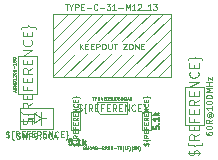
<source format=gbr>
G04 #@! TF.GenerationSoftware,KiCad,Pcbnew,(5.1.8)-1*
G04 #@! TF.CreationDate,2021-02-07T19:28:48+03:00*
G04 #@! TF.ProjectId,Unified-Daughterboard,556e6966-6965-4642-9d44-617567687465,C3*
G04 #@! TF.SameCoordinates,Original*
G04 #@! TF.FileFunction,Other,Fab,Top*
%FSLAX46Y46*%
G04 Gerber Fmt 4.6, Leading zero omitted, Abs format (unit mm)*
G04 Created by KiCad (PCBNEW (5.1.8)-1) date 2021-02-07 19:28:48*
%MOMM*%
%LPD*%
G01*
G04 APERTURE LIST*
%ADD10C,0.100000*%
%ADD11C,0.050000*%
%ADD12C,0.120000*%
%ADD13C,0.063500*%
%ADD14C,0.050800*%
%ADD15C,0.127000*%
%ADD16C,0.075000*%
%ADD17C,0.125000*%
G04 APERTURE END LIST*
D10*
X73752500Y-65526400D02*
X76252500Y-65526400D01*
X73752500Y-65526400D02*
X73752500Y-66276400D01*
X74002500Y-66526400D02*
X76252500Y-66526400D01*
X76252500Y-66526400D02*
X76252500Y-65526400D01*
X73752500Y-66276400D02*
X74002500Y-66526400D01*
X82787500Y-67474000D02*
X81187500Y-67474000D01*
X81187500Y-67474000D02*
X81187500Y-64274000D01*
X81187500Y-64274000D02*
X82787500Y-64274000D01*
X82787500Y-64274000D02*
X82787500Y-67474000D01*
X71554500Y-66329000D02*
X72354500Y-66329000D01*
X71554500Y-67929000D02*
X71554500Y-66329000D01*
X72354500Y-67929000D02*
X71554500Y-67929000D01*
X72354500Y-66329000D02*
X72354500Y-67929000D01*
X67090500Y-61607000D02*
X68690500Y-61607000D01*
X68690500Y-61607000D02*
X68690500Y-64807000D01*
X68690500Y-64807000D02*
X67090500Y-64807000D01*
X67090500Y-64807000D02*
X67090500Y-61607000D01*
X70052500Y-67790000D02*
X67252500Y-67790000D01*
X67252500Y-67790000D02*
X67252500Y-65990000D01*
X67252500Y-65990000D02*
X70052500Y-65990000D01*
X70052500Y-65990000D02*
X70052500Y-67790000D01*
X69402500Y-66890000D02*
X69002500Y-66890000D01*
X69002500Y-66890000D02*
X69002500Y-67440000D01*
X69002500Y-66890000D02*
X69002500Y-66340000D01*
X69002500Y-66890000D02*
X68402500Y-67290000D01*
X68402500Y-67290000D02*
X68402500Y-66490000D01*
X68402500Y-66490000D02*
X69002500Y-66890000D01*
X68402500Y-66890000D02*
X67902500Y-66890000D01*
D11*
X71302500Y-58043000D02*
X70002500Y-59343000D01*
X72302500Y-58043000D02*
X70002500Y-60343000D01*
X73302500Y-58043000D02*
X70002500Y-61343000D01*
X74302500Y-58043000D02*
X70002500Y-62343000D01*
X75302500Y-58043000D02*
X72902500Y-60343000D01*
X71902500Y-61443000D02*
X70002500Y-63343000D01*
X72902500Y-61443000D02*
X70902500Y-63443000D01*
X76302500Y-58043000D02*
X73902500Y-60343000D01*
X77302500Y-58043000D02*
X74902500Y-60343000D01*
X73902500Y-61443000D02*
X71902500Y-63443000D01*
X74902500Y-61443000D02*
X72902500Y-63443000D01*
X78302500Y-58043000D02*
X75902500Y-60343000D01*
X80002500Y-58343000D02*
X77902500Y-60343000D01*
X76902500Y-61443000D02*
X74902500Y-63443000D01*
X75902500Y-61443000D02*
X73902500Y-63443000D01*
X80002500Y-62343000D02*
X78902500Y-63443000D01*
X80002500Y-61343000D02*
X77902500Y-63443000D01*
X79302500Y-58043000D02*
X76902500Y-60343000D01*
X80002500Y-60343000D02*
X76902500Y-63443000D01*
X80002500Y-59343000D02*
X75902500Y-63443000D01*
D12*
X70002500Y-63443000D02*
X80002500Y-63443000D01*
X70002500Y-58043000D02*
X70002500Y-63443000D01*
X80002500Y-58043000D02*
X70002500Y-58043000D01*
X80002500Y-63443000D02*
X80002500Y-58043000D01*
D10*
X78323500Y-66329000D02*
X78323500Y-67929000D01*
X78323500Y-67929000D02*
X77523500Y-67929000D01*
X77523500Y-67929000D02*
X77523500Y-66329000D01*
X77523500Y-66329000D02*
X78323500Y-66329000D01*
D13*
X73327309Y-65084904D02*
X73472452Y-65084904D01*
X73399880Y-65338904D02*
X73399880Y-65084904D01*
X73557119Y-65338904D02*
X73557119Y-65084904D01*
X73653880Y-65084904D01*
X73678071Y-65097000D01*
X73690166Y-65109095D01*
X73702261Y-65133285D01*
X73702261Y-65169571D01*
X73690166Y-65193761D01*
X73678071Y-65205857D01*
X73653880Y-65217952D01*
X73557119Y-65217952D01*
X73811119Y-65338904D02*
X73811119Y-65084904D01*
X73871595Y-65084904D01*
X73907880Y-65097000D01*
X73932071Y-65121190D01*
X73944166Y-65145380D01*
X73956261Y-65193761D01*
X73956261Y-65230047D01*
X73944166Y-65278428D01*
X73932071Y-65302619D01*
X73907880Y-65326809D01*
X73871595Y-65338904D01*
X73811119Y-65338904D01*
X74173976Y-65169571D02*
X74173976Y-65338904D01*
X74113500Y-65072809D02*
X74053023Y-65254238D01*
X74210261Y-65254238D01*
X74307023Y-65205857D02*
X74391690Y-65205857D01*
X74427976Y-65338904D02*
X74307023Y-65338904D01*
X74307023Y-65084904D01*
X74427976Y-65084904D01*
X74585214Y-65084904D02*
X74609404Y-65084904D01*
X74633595Y-65097000D01*
X74645690Y-65109095D01*
X74657785Y-65133285D01*
X74669880Y-65181666D01*
X74669880Y-65242142D01*
X74657785Y-65290523D01*
X74645690Y-65314714D01*
X74633595Y-65326809D01*
X74609404Y-65338904D01*
X74585214Y-65338904D01*
X74561023Y-65326809D01*
X74548928Y-65314714D01*
X74536833Y-65290523D01*
X74524738Y-65242142D01*
X74524738Y-65181666D01*
X74536833Y-65133285D01*
X74548928Y-65109095D01*
X74561023Y-65097000D01*
X74585214Y-65084904D01*
X74899690Y-65084904D02*
X74778738Y-65084904D01*
X74766642Y-65205857D01*
X74778738Y-65193761D01*
X74802928Y-65181666D01*
X74863404Y-65181666D01*
X74887595Y-65193761D01*
X74899690Y-65205857D01*
X74911785Y-65230047D01*
X74911785Y-65290523D01*
X74899690Y-65314714D01*
X74887595Y-65326809D01*
X74863404Y-65338904D01*
X74802928Y-65338904D01*
X74778738Y-65326809D01*
X74766642Y-65314714D01*
X75020642Y-65084904D02*
X75020642Y-65290523D01*
X75032738Y-65314714D01*
X75044833Y-65326809D01*
X75069023Y-65338904D01*
X75117404Y-65338904D01*
X75141595Y-65326809D01*
X75153690Y-65314714D01*
X75165785Y-65290523D01*
X75165785Y-65084904D01*
X75335119Y-65084904D02*
X75359309Y-65084904D01*
X75383500Y-65097000D01*
X75395595Y-65109095D01*
X75407690Y-65133285D01*
X75419785Y-65181666D01*
X75419785Y-65242142D01*
X75407690Y-65290523D01*
X75395595Y-65314714D01*
X75383500Y-65326809D01*
X75359309Y-65338904D01*
X75335119Y-65338904D01*
X75310928Y-65326809D01*
X75298833Y-65314714D01*
X75286738Y-65290523D01*
X75274642Y-65242142D01*
X75274642Y-65181666D01*
X75286738Y-65133285D01*
X75298833Y-65109095D01*
X75310928Y-65097000D01*
X75335119Y-65084904D01*
X75637500Y-65084904D02*
X75589119Y-65084904D01*
X75564928Y-65097000D01*
X75552833Y-65109095D01*
X75528642Y-65145380D01*
X75516547Y-65193761D01*
X75516547Y-65290523D01*
X75528642Y-65314714D01*
X75540738Y-65326809D01*
X75564928Y-65338904D01*
X75613309Y-65338904D01*
X75637500Y-65326809D01*
X75649595Y-65314714D01*
X75661690Y-65290523D01*
X75661690Y-65230047D01*
X75649595Y-65205857D01*
X75637500Y-65193761D01*
X75613309Y-65181666D01*
X75564928Y-65181666D01*
X75540738Y-65193761D01*
X75528642Y-65205857D01*
X75516547Y-65230047D01*
X75770547Y-65338904D02*
X75770547Y-65084904D01*
X75831023Y-65084904D01*
X75867309Y-65097000D01*
X75891500Y-65121190D01*
X75903595Y-65145380D01*
X75915690Y-65193761D01*
X75915690Y-65230047D01*
X75903595Y-65278428D01*
X75891500Y-65302619D01*
X75867309Y-65326809D01*
X75831023Y-65338904D01*
X75770547Y-65338904D01*
X76193880Y-65363095D02*
X76169690Y-65351000D01*
X76145500Y-65326809D01*
X76109214Y-65290523D01*
X76085023Y-65278428D01*
X76060833Y-65278428D01*
X76072928Y-65338904D02*
X76048738Y-65326809D01*
X76024547Y-65302619D01*
X76012452Y-65254238D01*
X76012452Y-65169571D01*
X76024547Y-65121190D01*
X76048738Y-65097000D01*
X76072928Y-65084904D01*
X76121309Y-65084904D01*
X76145500Y-65097000D01*
X76169690Y-65121190D01*
X76181785Y-65169571D01*
X76181785Y-65254238D01*
X76169690Y-65302619D01*
X76145500Y-65326809D01*
X76121309Y-65338904D01*
X76072928Y-65338904D01*
X76278547Y-65266333D02*
X76399500Y-65266333D01*
X76254357Y-65338904D02*
X76339023Y-65084904D01*
X76423690Y-65338904D01*
X76653500Y-65338904D02*
X76568833Y-65217952D01*
X76508357Y-65338904D02*
X76508357Y-65084904D01*
X76605119Y-65084904D01*
X76629309Y-65097000D01*
X76641404Y-65109095D01*
X76653500Y-65133285D01*
X76653500Y-65169571D01*
X76641404Y-65193761D01*
X76629309Y-65205857D01*
X76605119Y-65217952D01*
X76508357Y-65217952D01*
D10*
X72134642Y-66249019D02*
X72213214Y-66275209D01*
X72344166Y-66275209D01*
X72396547Y-66249019D01*
X72422738Y-66222828D01*
X72448928Y-66170447D01*
X72448928Y-66118066D01*
X72422738Y-66065685D01*
X72396547Y-66039495D01*
X72344166Y-66013304D01*
X72239404Y-65987114D01*
X72187023Y-65960923D01*
X72160833Y-65934733D01*
X72134642Y-65882352D01*
X72134642Y-65829971D01*
X72160833Y-65777590D01*
X72187023Y-65751400D01*
X72239404Y-65725209D01*
X72370357Y-65725209D01*
X72448928Y-65751400D01*
X72291785Y-65646638D02*
X72291785Y-66353780D01*
X72841785Y-66484733D02*
X72815595Y-66484733D01*
X72763214Y-66458542D01*
X72737023Y-66406161D01*
X72737023Y-66144257D01*
X72710833Y-66091876D01*
X72658452Y-66065685D01*
X72710833Y-66039495D01*
X72737023Y-65987114D01*
X72737023Y-65725209D01*
X72763214Y-65672828D01*
X72815595Y-65646638D01*
X72841785Y-65646638D01*
X73365595Y-66275209D02*
X73182261Y-66013304D01*
X73051309Y-66275209D02*
X73051309Y-65725209D01*
X73260833Y-65725209D01*
X73313214Y-65751400D01*
X73339404Y-65777590D01*
X73365595Y-65829971D01*
X73365595Y-65908542D01*
X73339404Y-65960923D01*
X73313214Y-65987114D01*
X73260833Y-66013304D01*
X73051309Y-66013304D01*
X73601309Y-65987114D02*
X73784642Y-65987114D01*
X73863214Y-66275209D02*
X73601309Y-66275209D01*
X73601309Y-65725209D01*
X73863214Y-65725209D01*
X74282261Y-65987114D02*
X74098928Y-65987114D01*
X74098928Y-66275209D02*
X74098928Y-65725209D01*
X74360833Y-65725209D01*
X74570357Y-65987114D02*
X74753690Y-65987114D01*
X74832261Y-66275209D02*
X74570357Y-66275209D01*
X74570357Y-65725209D01*
X74832261Y-65725209D01*
X75382261Y-66275209D02*
X75198928Y-66013304D01*
X75067976Y-66275209D02*
X75067976Y-65725209D01*
X75277500Y-65725209D01*
X75329880Y-65751400D01*
X75356071Y-65777590D01*
X75382261Y-65829971D01*
X75382261Y-65908542D01*
X75356071Y-65960923D01*
X75329880Y-65987114D01*
X75277500Y-66013304D01*
X75067976Y-66013304D01*
X75617976Y-65987114D02*
X75801309Y-65987114D01*
X75879880Y-66275209D02*
X75617976Y-66275209D01*
X75617976Y-65725209D01*
X75879880Y-65725209D01*
X76115595Y-66275209D02*
X76115595Y-65725209D01*
X76429880Y-66275209D01*
X76429880Y-65725209D01*
X77006071Y-66222828D02*
X76979880Y-66249019D01*
X76901309Y-66275209D01*
X76848928Y-66275209D01*
X76770357Y-66249019D01*
X76717976Y-66196638D01*
X76691785Y-66144257D01*
X76665595Y-66039495D01*
X76665595Y-65960923D01*
X76691785Y-65856161D01*
X76717976Y-65803780D01*
X76770357Y-65751400D01*
X76848928Y-65725209D01*
X76901309Y-65725209D01*
X76979880Y-65751400D01*
X77006071Y-65777590D01*
X77241785Y-65987114D02*
X77425119Y-65987114D01*
X77503690Y-66275209D02*
X77241785Y-66275209D01*
X77241785Y-65725209D01*
X77503690Y-65725209D01*
X77687023Y-66484733D02*
X77713214Y-66484733D01*
X77765595Y-66458542D01*
X77791785Y-66406161D01*
X77791785Y-66144257D01*
X77817976Y-66091876D01*
X77870357Y-66065685D01*
X77817976Y-66039495D01*
X77791785Y-65987114D01*
X77791785Y-65725209D01*
X77765595Y-65672828D01*
X77713214Y-65646638D01*
X77687023Y-65646638D01*
D14*
X82979309Y-68072428D02*
X82979309Y-68169190D01*
X83003500Y-68217571D01*
X83027690Y-68241761D01*
X83100261Y-68290142D01*
X83197023Y-68314333D01*
X83390547Y-68314333D01*
X83438928Y-68290142D01*
X83463119Y-68265952D01*
X83487309Y-68217571D01*
X83487309Y-68120809D01*
X83463119Y-68072428D01*
X83438928Y-68048238D01*
X83390547Y-68024047D01*
X83269595Y-68024047D01*
X83221214Y-68048238D01*
X83197023Y-68072428D01*
X83172833Y-68120809D01*
X83172833Y-68217571D01*
X83197023Y-68265952D01*
X83221214Y-68290142D01*
X83269595Y-68314333D01*
X82979309Y-67709571D02*
X82979309Y-67661190D01*
X83003500Y-67612809D01*
X83027690Y-67588619D01*
X83076071Y-67564428D01*
X83172833Y-67540238D01*
X83293785Y-67540238D01*
X83390547Y-67564428D01*
X83438928Y-67588619D01*
X83463119Y-67612809D01*
X83487309Y-67661190D01*
X83487309Y-67709571D01*
X83463119Y-67757952D01*
X83438928Y-67782142D01*
X83390547Y-67806333D01*
X83293785Y-67830523D01*
X83172833Y-67830523D01*
X83076071Y-67806333D01*
X83027690Y-67782142D01*
X83003500Y-67757952D01*
X82979309Y-67709571D01*
X83487309Y-67032238D02*
X83245404Y-67201571D01*
X83487309Y-67322523D02*
X82979309Y-67322523D01*
X82979309Y-67129000D01*
X83003500Y-67080619D01*
X83027690Y-67056428D01*
X83076071Y-67032238D01*
X83148642Y-67032238D01*
X83197023Y-67056428D01*
X83221214Y-67080619D01*
X83245404Y-67129000D01*
X83245404Y-67322523D01*
X83245404Y-66500047D02*
X83221214Y-66524238D01*
X83197023Y-66572619D01*
X83197023Y-66621000D01*
X83221214Y-66669380D01*
X83245404Y-66693571D01*
X83293785Y-66717761D01*
X83342166Y-66717761D01*
X83390547Y-66693571D01*
X83414738Y-66669380D01*
X83438928Y-66621000D01*
X83438928Y-66572619D01*
X83414738Y-66524238D01*
X83390547Y-66500047D01*
X83197023Y-66500047D02*
X83390547Y-66500047D01*
X83414738Y-66475857D01*
X83414738Y-66451666D01*
X83390547Y-66403285D01*
X83342166Y-66379095D01*
X83221214Y-66379095D01*
X83148642Y-66427476D01*
X83100261Y-66500047D01*
X83076071Y-66596809D01*
X83100261Y-66693571D01*
X83148642Y-66766142D01*
X83221214Y-66814523D01*
X83317976Y-66838714D01*
X83414738Y-66814523D01*
X83487309Y-66766142D01*
X83535690Y-66693571D01*
X83559880Y-66596809D01*
X83535690Y-66500047D01*
X83487309Y-66427476D01*
X83487309Y-65895285D02*
X83487309Y-66185571D01*
X83487309Y-66040428D02*
X82979309Y-66040428D01*
X83051880Y-66088809D01*
X83100261Y-66137190D01*
X83124452Y-66185571D01*
X82979309Y-65580809D02*
X82979309Y-65532428D01*
X83003500Y-65484047D01*
X83027690Y-65459857D01*
X83076071Y-65435666D01*
X83172833Y-65411476D01*
X83293785Y-65411476D01*
X83390547Y-65435666D01*
X83438928Y-65459857D01*
X83463119Y-65484047D01*
X83487309Y-65532428D01*
X83487309Y-65580809D01*
X83463119Y-65629190D01*
X83438928Y-65653380D01*
X83390547Y-65677571D01*
X83293785Y-65701761D01*
X83172833Y-65701761D01*
X83076071Y-65677571D01*
X83027690Y-65653380D01*
X83003500Y-65629190D01*
X82979309Y-65580809D01*
X82979309Y-65097000D02*
X82979309Y-65048619D01*
X83003500Y-65000238D01*
X83027690Y-64976047D01*
X83076071Y-64951857D01*
X83172833Y-64927666D01*
X83293785Y-64927666D01*
X83390547Y-64951857D01*
X83438928Y-64976047D01*
X83463119Y-65000238D01*
X83487309Y-65048619D01*
X83487309Y-65097000D01*
X83463119Y-65145380D01*
X83438928Y-65169571D01*
X83390547Y-65193761D01*
X83293785Y-65217952D01*
X83172833Y-65217952D01*
X83076071Y-65193761D01*
X83027690Y-65169571D01*
X83003500Y-65145380D01*
X82979309Y-65097000D01*
X83487309Y-64709952D02*
X82979309Y-64709952D01*
X83342166Y-64540619D01*
X82979309Y-64371285D01*
X83487309Y-64371285D01*
X83487309Y-64129380D02*
X82979309Y-64129380D01*
X83221214Y-64129380D02*
X83221214Y-63839095D01*
X83487309Y-63839095D02*
X82979309Y-63839095D01*
X83148642Y-63645571D02*
X83148642Y-63379476D01*
X83487309Y-63645571D01*
X83487309Y-63379476D01*
D12*
X82311309Y-70045428D02*
X82349404Y-69931142D01*
X82349404Y-69740666D01*
X82311309Y-69664476D01*
X82273214Y-69626380D01*
X82197023Y-69588285D01*
X82120833Y-69588285D01*
X82044642Y-69626380D01*
X82006547Y-69664476D01*
X81968452Y-69740666D01*
X81930357Y-69893047D01*
X81892261Y-69969238D01*
X81854166Y-70007333D01*
X81777976Y-70045428D01*
X81701785Y-70045428D01*
X81625595Y-70007333D01*
X81587500Y-69969238D01*
X81549404Y-69893047D01*
X81549404Y-69702571D01*
X81587500Y-69588285D01*
X81435119Y-69816857D02*
X82463690Y-69816857D01*
X82654166Y-69016857D02*
X82654166Y-69054952D01*
X82616071Y-69131142D01*
X82539880Y-69169238D01*
X82158928Y-69169238D01*
X82082738Y-69207333D01*
X82044642Y-69283523D01*
X82006547Y-69207333D01*
X81930357Y-69169238D01*
X81549404Y-69169238D01*
X81473214Y-69131142D01*
X81435119Y-69054952D01*
X81435119Y-69016857D01*
X82349404Y-68254952D02*
X81968452Y-68521619D01*
X82349404Y-68712095D02*
X81549404Y-68712095D01*
X81549404Y-68407333D01*
X81587500Y-68331142D01*
X81625595Y-68293047D01*
X81701785Y-68254952D01*
X81816071Y-68254952D01*
X81892261Y-68293047D01*
X81930357Y-68331142D01*
X81968452Y-68407333D01*
X81968452Y-68712095D01*
X81930357Y-67912095D02*
X81930357Y-67645428D01*
X82349404Y-67531142D02*
X82349404Y-67912095D01*
X81549404Y-67912095D01*
X81549404Y-67531142D01*
X81930357Y-66921619D02*
X81930357Y-67188285D01*
X82349404Y-67188285D02*
X81549404Y-67188285D01*
X81549404Y-66807333D01*
X81930357Y-66502571D02*
X81930357Y-66235904D01*
X82349404Y-66121619D02*
X82349404Y-66502571D01*
X81549404Y-66502571D01*
X81549404Y-66121619D01*
X82349404Y-65321619D02*
X81968452Y-65588285D01*
X82349404Y-65778761D02*
X81549404Y-65778761D01*
X81549404Y-65474000D01*
X81587500Y-65397809D01*
X81625595Y-65359714D01*
X81701785Y-65321619D01*
X81816071Y-65321619D01*
X81892261Y-65359714D01*
X81930357Y-65397809D01*
X81968452Y-65474000D01*
X81968452Y-65778761D01*
X81930357Y-64978761D02*
X81930357Y-64712095D01*
X82349404Y-64597809D02*
X82349404Y-64978761D01*
X81549404Y-64978761D01*
X81549404Y-64597809D01*
X82349404Y-64254952D02*
X81549404Y-64254952D01*
X82349404Y-63797809D01*
X81549404Y-63797809D01*
X82273214Y-62959714D02*
X82311309Y-62997809D01*
X82349404Y-63112095D01*
X82349404Y-63188285D01*
X82311309Y-63302571D01*
X82235119Y-63378761D01*
X82158928Y-63416857D01*
X82006547Y-63454952D01*
X81892261Y-63454952D01*
X81739880Y-63416857D01*
X81663690Y-63378761D01*
X81587500Y-63302571D01*
X81549404Y-63188285D01*
X81549404Y-63112095D01*
X81587500Y-62997809D01*
X81625595Y-62959714D01*
X81930357Y-62616857D02*
X81930357Y-62350190D01*
X82349404Y-62235904D02*
X82349404Y-62616857D01*
X81549404Y-62616857D01*
X81549404Y-62235904D01*
X82654166Y-61969238D02*
X82654166Y-61931142D01*
X82616071Y-61854952D01*
X82539880Y-61816857D01*
X82158928Y-61816857D01*
X82082738Y-61778761D01*
X82044642Y-61702571D01*
X82006547Y-61778761D01*
X81930357Y-61816857D01*
X81549404Y-61816857D01*
X81473214Y-61854952D01*
X81435119Y-61931142D01*
X81435119Y-61969238D01*
D15*
X71633976Y-68628809D02*
X71392071Y-68628809D01*
X71367880Y-68870714D01*
X71392071Y-68846523D01*
X71440452Y-68822333D01*
X71561404Y-68822333D01*
X71609785Y-68846523D01*
X71633976Y-68870714D01*
X71658166Y-68919095D01*
X71658166Y-69040047D01*
X71633976Y-69088428D01*
X71609785Y-69112619D01*
X71561404Y-69136809D01*
X71440452Y-69136809D01*
X71392071Y-69112619D01*
X71367880Y-69088428D01*
X71875880Y-69088428D02*
X71900071Y-69112619D01*
X71875880Y-69136809D01*
X71851690Y-69112619D01*
X71875880Y-69088428D01*
X71875880Y-69136809D01*
X72383880Y-69136809D02*
X72093595Y-69136809D01*
X72238738Y-69136809D02*
X72238738Y-68628809D01*
X72190357Y-68701380D01*
X72141976Y-68749761D01*
X72093595Y-68773952D01*
X72601595Y-69136809D02*
X72601595Y-68628809D01*
X72649976Y-68943285D02*
X72795119Y-69136809D01*
X72795119Y-68798142D02*
X72601595Y-68991666D01*
D16*
X72116404Y-69214714D02*
X72135452Y-69157571D01*
X72135452Y-69062333D01*
X72116404Y-69024238D01*
X72097357Y-69005190D01*
X72059261Y-68986142D01*
X72021166Y-68986142D01*
X71983071Y-69005190D01*
X71964023Y-69024238D01*
X71944976Y-69062333D01*
X71925928Y-69138523D01*
X71906880Y-69176619D01*
X71887833Y-69195666D01*
X71849738Y-69214714D01*
X71811642Y-69214714D01*
X71773547Y-69195666D01*
X71754500Y-69176619D01*
X71735452Y-69138523D01*
X71735452Y-69043285D01*
X71754500Y-68986142D01*
X71678309Y-69100428D02*
X72192595Y-69100428D01*
X72287833Y-68700428D02*
X72287833Y-68719476D01*
X72268785Y-68757571D01*
X72230690Y-68776619D01*
X72040214Y-68776619D01*
X72002119Y-68795666D01*
X71983071Y-68833761D01*
X71964023Y-68795666D01*
X71925928Y-68776619D01*
X71735452Y-68776619D01*
X71697357Y-68757571D01*
X71678309Y-68719476D01*
X71678309Y-68700428D01*
X72135452Y-68319476D02*
X71944976Y-68452809D01*
X72135452Y-68548047D02*
X71735452Y-68548047D01*
X71735452Y-68395666D01*
X71754500Y-68357571D01*
X71773547Y-68338523D01*
X71811642Y-68319476D01*
X71868785Y-68319476D01*
X71906880Y-68338523D01*
X71925928Y-68357571D01*
X71944976Y-68395666D01*
X71944976Y-68548047D01*
X71925928Y-68148047D02*
X71925928Y-68014714D01*
X72135452Y-67957571D02*
X72135452Y-68148047D01*
X71735452Y-68148047D01*
X71735452Y-67957571D01*
X71925928Y-67652809D02*
X71925928Y-67786142D01*
X72135452Y-67786142D02*
X71735452Y-67786142D01*
X71735452Y-67595666D01*
X71925928Y-67443285D02*
X71925928Y-67309952D01*
X72135452Y-67252809D02*
X72135452Y-67443285D01*
X71735452Y-67443285D01*
X71735452Y-67252809D01*
X72135452Y-66852809D02*
X71944976Y-66986142D01*
X72135452Y-67081380D02*
X71735452Y-67081380D01*
X71735452Y-66929000D01*
X71754500Y-66890904D01*
X71773547Y-66871857D01*
X71811642Y-66852809D01*
X71868785Y-66852809D01*
X71906880Y-66871857D01*
X71925928Y-66890904D01*
X71944976Y-66929000D01*
X71944976Y-67081380D01*
X71925928Y-66681380D02*
X71925928Y-66548047D01*
X72135452Y-66490904D02*
X72135452Y-66681380D01*
X71735452Y-66681380D01*
X71735452Y-66490904D01*
X72135452Y-66319476D02*
X71735452Y-66319476D01*
X72135452Y-66090904D01*
X71735452Y-66090904D01*
X72097357Y-65671857D02*
X72116404Y-65690904D01*
X72135452Y-65748047D01*
X72135452Y-65786142D01*
X72116404Y-65843285D01*
X72078309Y-65881380D01*
X72040214Y-65900428D01*
X71964023Y-65919476D01*
X71906880Y-65919476D01*
X71830690Y-65900428D01*
X71792595Y-65881380D01*
X71754500Y-65843285D01*
X71735452Y-65786142D01*
X71735452Y-65748047D01*
X71754500Y-65690904D01*
X71773547Y-65671857D01*
X71925928Y-65500428D02*
X71925928Y-65367095D01*
X72135452Y-65309952D02*
X72135452Y-65500428D01*
X71735452Y-65500428D01*
X71735452Y-65309952D01*
X72287833Y-65176619D02*
X72287833Y-65157571D01*
X72268785Y-65119476D01*
X72230690Y-65100428D01*
X72040214Y-65100428D01*
X72002119Y-65081380D01*
X71983071Y-65043285D01*
X71964023Y-65081380D01*
X71925928Y-65100428D01*
X71735452Y-65100428D01*
X71697357Y-65119476D01*
X71678309Y-65157571D01*
X71678309Y-65176619D01*
D13*
X66789833Y-64649476D02*
X66789833Y-64528523D01*
X66862404Y-64673666D02*
X66608404Y-64589000D01*
X66862404Y-64504333D01*
X66850309Y-64431761D02*
X66862404Y-64395476D01*
X66862404Y-64335000D01*
X66850309Y-64310809D01*
X66838214Y-64298714D01*
X66814023Y-64286619D01*
X66789833Y-64286619D01*
X66765642Y-64298714D01*
X66753547Y-64310809D01*
X66741452Y-64335000D01*
X66729357Y-64383380D01*
X66717261Y-64407571D01*
X66705166Y-64419666D01*
X66680976Y-64431761D01*
X66656785Y-64431761D01*
X66632595Y-64419666D01*
X66620500Y-64407571D01*
X66608404Y-64383380D01*
X66608404Y-64322904D01*
X66620500Y-64286619D01*
X66862404Y-64177761D02*
X66608404Y-64177761D01*
X66789833Y-64093095D01*
X66608404Y-64008428D01*
X66862404Y-64008428D01*
X66862404Y-63887476D02*
X66608404Y-63887476D01*
X66608404Y-63827000D01*
X66620500Y-63790714D01*
X66644690Y-63766523D01*
X66668880Y-63754428D01*
X66717261Y-63742333D01*
X66753547Y-63742333D01*
X66801928Y-63754428D01*
X66826119Y-63766523D01*
X66850309Y-63790714D01*
X66862404Y-63827000D01*
X66862404Y-63887476D01*
X66862404Y-63500428D02*
X66862404Y-63645571D01*
X66862404Y-63573000D02*
X66608404Y-63573000D01*
X66644690Y-63597190D01*
X66668880Y-63621380D01*
X66680976Y-63645571D01*
X66632595Y-63403666D02*
X66620500Y-63391571D01*
X66608404Y-63367380D01*
X66608404Y-63306904D01*
X66620500Y-63282714D01*
X66632595Y-63270619D01*
X66656785Y-63258523D01*
X66680976Y-63258523D01*
X66717261Y-63270619D01*
X66862404Y-63415761D01*
X66862404Y-63258523D01*
X66608404Y-63101285D02*
X66608404Y-63077095D01*
X66620500Y-63052904D01*
X66632595Y-63040809D01*
X66656785Y-63028714D01*
X66705166Y-63016619D01*
X66765642Y-63016619D01*
X66814023Y-63028714D01*
X66838214Y-63040809D01*
X66850309Y-63052904D01*
X66862404Y-63077095D01*
X66862404Y-63101285D01*
X66850309Y-63125476D01*
X66838214Y-63137571D01*
X66814023Y-63149666D01*
X66765642Y-63161761D01*
X66705166Y-63161761D01*
X66656785Y-63149666D01*
X66632595Y-63137571D01*
X66620500Y-63125476D01*
X66608404Y-63101285D01*
X66608404Y-62798904D02*
X66608404Y-62847285D01*
X66620500Y-62871476D01*
X66632595Y-62883571D01*
X66668880Y-62907761D01*
X66717261Y-62919857D01*
X66814023Y-62919857D01*
X66838214Y-62907761D01*
X66850309Y-62895666D01*
X66862404Y-62871476D01*
X66862404Y-62823095D01*
X66850309Y-62798904D01*
X66838214Y-62786809D01*
X66814023Y-62774714D01*
X66753547Y-62774714D01*
X66729357Y-62786809D01*
X66717261Y-62798904D01*
X66705166Y-62823095D01*
X66705166Y-62871476D01*
X66717261Y-62895666D01*
X66729357Y-62907761D01*
X66753547Y-62919857D01*
X66765642Y-62665857D02*
X66765642Y-62472333D01*
X66862404Y-62218333D02*
X66862404Y-62363476D01*
X66862404Y-62290904D02*
X66608404Y-62290904D01*
X66644690Y-62315095D01*
X66668880Y-62339285D01*
X66680976Y-62363476D01*
X66608404Y-61988523D02*
X66608404Y-62109476D01*
X66729357Y-62121571D01*
X66717261Y-62109476D01*
X66705166Y-62085285D01*
X66705166Y-62024809D01*
X66717261Y-62000619D01*
X66729357Y-61988523D01*
X66753547Y-61976428D01*
X66814023Y-61976428D01*
X66838214Y-61988523D01*
X66850309Y-62000619D01*
X66862404Y-62024809D01*
X66862404Y-62085285D01*
X66850309Y-62109476D01*
X66838214Y-62121571D01*
X66608404Y-61819190D02*
X66608404Y-61795000D01*
X66620500Y-61770809D01*
X66632595Y-61758714D01*
X66656785Y-61746619D01*
X66705166Y-61734523D01*
X66765642Y-61734523D01*
X66814023Y-61746619D01*
X66838214Y-61758714D01*
X66850309Y-61770809D01*
X66862404Y-61795000D01*
X66862404Y-61819190D01*
X66850309Y-61843380D01*
X66838214Y-61855476D01*
X66814023Y-61867571D01*
X66765642Y-61879666D01*
X66705166Y-61879666D01*
X66656785Y-61867571D01*
X66632595Y-61855476D01*
X66620500Y-61843380D01*
X66608404Y-61819190D01*
D12*
X68214309Y-67378428D02*
X68252404Y-67264142D01*
X68252404Y-67073666D01*
X68214309Y-66997476D01*
X68176214Y-66959380D01*
X68100023Y-66921285D01*
X68023833Y-66921285D01*
X67947642Y-66959380D01*
X67909547Y-66997476D01*
X67871452Y-67073666D01*
X67833357Y-67226047D01*
X67795261Y-67302238D01*
X67757166Y-67340333D01*
X67680976Y-67378428D01*
X67604785Y-67378428D01*
X67528595Y-67340333D01*
X67490500Y-67302238D01*
X67452404Y-67226047D01*
X67452404Y-67035571D01*
X67490500Y-66921285D01*
X67338119Y-67149857D02*
X68366690Y-67149857D01*
X68557166Y-66349857D02*
X68557166Y-66387952D01*
X68519071Y-66464142D01*
X68442880Y-66502238D01*
X68061928Y-66502238D01*
X67985738Y-66540333D01*
X67947642Y-66616523D01*
X67909547Y-66540333D01*
X67833357Y-66502238D01*
X67452404Y-66502238D01*
X67376214Y-66464142D01*
X67338119Y-66387952D01*
X67338119Y-66349857D01*
X68252404Y-65587952D02*
X67871452Y-65854619D01*
X68252404Y-66045095D02*
X67452404Y-66045095D01*
X67452404Y-65740333D01*
X67490500Y-65664142D01*
X67528595Y-65626047D01*
X67604785Y-65587952D01*
X67719071Y-65587952D01*
X67795261Y-65626047D01*
X67833357Y-65664142D01*
X67871452Y-65740333D01*
X67871452Y-66045095D01*
X67833357Y-65245095D02*
X67833357Y-64978428D01*
X68252404Y-64864142D02*
X68252404Y-65245095D01*
X67452404Y-65245095D01*
X67452404Y-64864142D01*
X67833357Y-64254619D02*
X67833357Y-64521285D01*
X68252404Y-64521285D02*
X67452404Y-64521285D01*
X67452404Y-64140333D01*
X67833357Y-63835571D02*
X67833357Y-63568904D01*
X68252404Y-63454619D02*
X68252404Y-63835571D01*
X67452404Y-63835571D01*
X67452404Y-63454619D01*
X68252404Y-62654619D02*
X67871452Y-62921285D01*
X68252404Y-63111761D02*
X67452404Y-63111761D01*
X67452404Y-62807000D01*
X67490500Y-62730809D01*
X67528595Y-62692714D01*
X67604785Y-62654619D01*
X67719071Y-62654619D01*
X67795261Y-62692714D01*
X67833357Y-62730809D01*
X67871452Y-62807000D01*
X67871452Y-63111761D01*
X67833357Y-62311761D02*
X67833357Y-62045095D01*
X68252404Y-61930809D02*
X68252404Y-62311761D01*
X67452404Y-62311761D01*
X67452404Y-61930809D01*
X68252404Y-61587952D02*
X67452404Y-61587952D01*
X68252404Y-61130809D01*
X67452404Y-61130809D01*
X68176214Y-60292714D02*
X68214309Y-60330809D01*
X68252404Y-60445095D01*
X68252404Y-60521285D01*
X68214309Y-60635571D01*
X68138119Y-60711761D01*
X68061928Y-60749857D01*
X67909547Y-60787952D01*
X67795261Y-60787952D01*
X67642880Y-60749857D01*
X67566690Y-60711761D01*
X67490500Y-60635571D01*
X67452404Y-60521285D01*
X67452404Y-60445095D01*
X67490500Y-60330809D01*
X67528595Y-60292714D01*
X67833357Y-59949857D02*
X67833357Y-59683190D01*
X68252404Y-59568904D02*
X68252404Y-59949857D01*
X67452404Y-59949857D01*
X67452404Y-59568904D01*
X68557166Y-59302238D02*
X68557166Y-59264142D01*
X68519071Y-59187952D01*
X68442880Y-59149857D01*
X68061928Y-59149857D01*
X67985738Y-59111761D01*
X67947642Y-59035571D01*
X67909547Y-59111761D01*
X67833357Y-59149857D01*
X67452404Y-59149857D01*
X67376214Y-59187952D01*
X67338119Y-59264142D01*
X67338119Y-59302238D01*
D17*
X66950119Y-68601380D02*
X67021547Y-68625190D01*
X67140595Y-68625190D01*
X67188214Y-68601380D01*
X67212023Y-68577571D01*
X67235833Y-68529952D01*
X67235833Y-68482333D01*
X67212023Y-68434714D01*
X67188214Y-68410904D01*
X67140595Y-68387095D01*
X67045357Y-68363285D01*
X66997738Y-68339476D01*
X66973928Y-68315666D01*
X66950119Y-68268047D01*
X66950119Y-68220428D01*
X66973928Y-68172809D01*
X66997738Y-68149000D01*
X67045357Y-68125190D01*
X67164404Y-68125190D01*
X67235833Y-68149000D01*
X67450119Y-68625190D02*
X67450119Y-68125190D01*
X67616785Y-68482333D01*
X67783452Y-68125190D01*
X67783452Y-68625190D01*
X68188214Y-68363285D02*
X68021547Y-68363285D01*
X68021547Y-68625190D02*
X68021547Y-68125190D01*
X68259642Y-68125190D01*
X68473928Y-68625190D02*
X68569166Y-68625190D01*
X68616785Y-68601380D01*
X68640595Y-68577571D01*
X68688214Y-68506142D01*
X68712023Y-68410904D01*
X68712023Y-68220428D01*
X68688214Y-68172809D01*
X68664404Y-68149000D01*
X68616785Y-68125190D01*
X68521547Y-68125190D01*
X68473928Y-68149000D01*
X68450119Y-68172809D01*
X68426309Y-68220428D01*
X68426309Y-68339476D01*
X68450119Y-68387095D01*
X68473928Y-68410904D01*
X68521547Y-68434714D01*
X68616785Y-68434714D01*
X68664404Y-68410904D01*
X68688214Y-68387095D01*
X68712023Y-68339476D01*
X68926309Y-68577571D02*
X68950119Y-68601380D01*
X68926309Y-68625190D01*
X68902500Y-68601380D01*
X68926309Y-68577571D01*
X68926309Y-68625190D01*
X69259642Y-68125190D02*
X69307261Y-68125190D01*
X69354880Y-68149000D01*
X69378690Y-68172809D01*
X69402500Y-68220428D01*
X69426309Y-68315666D01*
X69426309Y-68434714D01*
X69402500Y-68529952D01*
X69378690Y-68577571D01*
X69354880Y-68601380D01*
X69307261Y-68625190D01*
X69259642Y-68625190D01*
X69212023Y-68601380D01*
X69188214Y-68577571D01*
X69164404Y-68529952D01*
X69140595Y-68434714D01*
X69140595Y-68315666D01*
X69164404Y-68220428D01*
X69188214Y-68172809D01*
X69212023Y-68149000D01*
X69259642Y-68125190D01*
X69926309Y-68577571D02*
X69902500Y-68601380D01*
X69831071Y-68625190D01*
X69783452Y-68625190D01*
X69712023Y-68601380D01*
X69664404Y-68553761D01*
X69640595Y-68506142D01*
X69616785Y-68410904D01*
X69616785Y-68339476D01*
X69640595Y-68244238D01*
X69664404Y-68196619D01*
X69712023Y-68149000D01*
X69783452Y-68125190D01*
X69831071Y-68125190D01*
X69902500Y-68149000D01*
X69926309Y-68172809D01*
X70116785Y-68482333D02*
X70354880Y-68482333D01*
X70069166Y-68625190D02*
X70235833Y-68125190D01*
X70402500Y-68625190D01*
X66045357Y-68489380D02*
X66116785Y-68513190D01*
X66235833Y-68513190D01*
X66283452Y-68489380D01*
X66307261Y-68465571D01*
X66331071Y-68417952D01*
X66331071Y-68370333D01*
X66307261Y-68322714D01*
X66283452Y-68298904D01*
X66235833Y-68275095D01*
X66140595Y-68251285D01*
X66092976Y-68227476D01*
X66069166Y-68203666D01*
X66045357Y-68156047D01*
X66045357Y-68108428D01*
X66069166Y-68060809D01*
X66092976Y-68037000D01*
X66140595Y-68013190D01*
X66259642Y-68013190D01*
X66331071Y-68037000D01*
X66188214Y-67941761D02*
X66188214Y-68584619D01*
X66688214Y-68703666D02*
X66664404Y-68703666D01*
X66616785Y-68679857D01*
X66592976Y-68632238D01*
X66592976Y-68394142D01*
X66569166Y-68346523D01*
X66521547Y-68322714D01*
X66569166Y-68298904D01*
X66592976Y-68251285D01*
X66592976Y-68013190D01*
X66616785Y-67965571D01*
X66664404Y-67941761D01*
X66688214Y-67941761D01*
X67164404Y-68513190D02*
X66997738Y-68275095D01*
X66878690Y-68513190D02*
X66878690Y-68013190D01*
X67069166Y-68013190D01*
X67116785Y-68037000D01*
X67140595Y-68060809D01*
X67164404Y-68108428D01*
X67164404Y-68179857D01*
X67140595Y-68227476D01*
X67116785Y-68251285D01*
X67069166Y-68275095D01*
X66878690Y-68275095D01*
X67378690Y-68251285D02*
X67545357Y-68251285D01*
X67616785Y-68513190D02*
X67378690Y-68513190D01*
X67378690Y-68013190D01*
X67616785Y-68013190D01*
X67997738Y-68251285D02*
X67831071Y-68251285D01*
X67831071Y-68513190D02*
X67831071Y-68013190D01*
X68069166Y-68013190D01*
X68259642Y-68251285D02*
X68426309Y-68251285D01*
X68497738Y-68513190D02*
X68259642Y-68513190D01*
X68259642Y-68013190D01*
X68497738Y-68013190D01*
X68997738Y-68513190D02*
X68831071Y-68275095D01*
X68712023Y-68513190D02*
X68712023Y-68013190D01*
X68902500Y-68013190D01*
X68950119Y-68037000D01*
X68973928Y-68060809D01*
X68997738Y-68108428D01*
X68997738Y-68179857D01*
X68973928Y-68227476D01*
X68950119Y-68251285D01*
X68902500Y-68275095D01*
X68712023Y-68275095D01*
X69212023Y-68251285D02*
X69378690Y-68251285D01*
X69450119Y-68513190D02*
X69212023Y-68513190D01*
X69212023Y-68013190D01*
X69450119Y-68013190D01*
X69664404Y-68513190D02*
X69664404Y-68013190D01*
X69950119Y-68513190D01*
X69950119Y-68013190D01*
X70473928Y-68465571D02*
X70450119Y-68489380D01*
X70378690Y-68513190D01*
X70331071Y-68513190D01*
X70259642Y-68489380D01*
X70212023Y-68441761D01*
X70188214Y-68394142D01*
X70164404Y-68298904D01*
X70164404Y-68227476D01*
X70188214Y-68132238D01*
X70212023Y-68084619D01*
X70259642Y-68037000D01*
X70331071Y-68013190D01*
X70378690Y-68013190D01*
X70450119Y-68037000D01*
X70473928Y-68060809D01*
X70688214Y-68251285D02*
X70854880Y-68251285D01*
X70926309Y-68513190D02*
X70688214Y-68513190D01*
X70688214Y-68013190D01*
X70926309Y-68013190D01*
X71092976Y-68703666D02*
X71116785Y-68703666D01*
X71164404Y-68679857D01*
X71188214Y-68632238D01*
X71188214Y-68394142D01*
X71212023Y-68346523D01*
X71259642Y-68322714D01*
X71212023Y-68298904D01*
X71188214Y-68251285D01*
X71188214Y-68013190D01*
X71164404Y-67965571D01*
X71116785Y-67941761D01*
X71092976Y-67941761D01*
X71035833Y-57219190D02*
X71321547Y-57219190D01*
X71178690Y-57719190D02*
X71178690Y-57219190D01*
X71583452Y-57481095D02*
X71583452Y-57719190D01*
X71416785Y-57219190D02*
X71583452Y-57481095D01*
X71750119Y-57219190D01*
X71916785Y-57719190D02*
X71916785Y-57219190D01*
X72107261Y-57219190D01*
X72154880Y-57243000D01*
X72178690Y-57266809D01*
X72202500Y-57314428D01*
X72202500Y-57385857D01*
X72178690Y-57433476D01*
X72154880Y-57457285D01*
X72107261Y-57481095D01*
X71916785Y-57481095D01*
X72416785Y-57457285D02*
X72583452Y-57457285D01*
X72654880Y-57719190D02*
X72416785Y-57719190D01*
X72416785Y-57219190D01*
X72654880Y-57219190D01*
X72869166Y-57528714D02*
X73250119Y-57528714D01*
X73773928Y-57671571D02*
X73750119Y-57695380D01*
X73678690Y-57719190D01*
X73631071Y-57719190D01*
X73559642Y-57695380D01*
X73512023Y-57647761D01*
X73488214Y-57600142D01*
X73464404Y-57504904D01*
X73464404Y-57433476D01*
X73488214Y-57338238D01*
X73512023Y-57290619D01*
X73559642Y-57243000D01*
X73631071Y-57219190D01*
X73678690Y-57219190D01*
X73750119Y-57243000D01*
X73773928Y-57266809D01*
X73988214Y-57528714D02*
X74369166Y-57528714D01*
X74559642Y-57219190D02*
X74869166Y-57219190D01*
X74702500Y-57409666D01*
X74773928Y-57409666D01*
X74821547Y-57433476D01*
X74845357Y-57457285D01*
X74869166Y-57504904D01*
X74869166Y-57623952D01*
X74845357Y-57671571D01*
X74821547Y-57695380D01*
X74773928Y-57719190D01*
X74631071Y-57719190D01*
X74583452Y-57695380D01*
X74559642Y-57671571D01*
X75345357Y-57719190D02*
X75059642Y-57719190D01*
X75202500Y-57719190D02*
X75202500Y-57219190D01*
X75154880Y-57290619D01*
X75107261Y-57338238D01*
X75059642Y-57362047D01*
X75559642Y-57528714D02*
X75940595Y-57528714D01*
X76178690Y-57719190D02*
X76178690Y-57219190D01*
X76345357Y-57576333D01*
X76512023Y-57219190D01*
X76512023Y-57719190D01*
X77012023Y-57719190D02*
X76726309Y-57719190D01*
X76869166Y-57719190D02*
X76869166Y-57219190D01*
X76821547Y-57290619D01*
X76773928Y-57338238D01*
X76726309Y-57362047D01*
X77202500Y-57266809D02*
X77226309Y-57243000D01*
X77273928Y-57219190D01*
X77392976Y-57219190D01*
X77440595Y-57243000D01*
X77464404Y-57266809D01*
X77488214Y-57314428D01*
X77488214Y-57362047D01*
X77464404Y-57433476D01*
X77178690Y-57719190D01*
X77488214Y-57719190D01*
X77583452Y-57766809D02*
X77964404Y-57766809D01*
X78345357Y-57719190D02*
X78059642Y-57719190D01*
X78202500Y-57719190D02*
X78202500Y-57219190D01*
X78154880Y-57290619D01*
X78107261Y-57338238D01*
X78059642Y-57362047D01*
X78512023Y-57219190D02*
X78821547Y-57219190D01*
X78654880Y-57409666D01*
X78726309Y-57409666D01*
X78773928Y-57433476D01*
X78797738Y-57457285D01*
X78821547Y-57504904D01*
X78821547Y-57623952D01*
X78797738Y-57671571D01*
X78773928Y-57695380D01*
X78726309Y-57719190D01*
X78583452Y-57719190D01*
X78535833Y-57695380D01*
X78512023Y-57671571D01*
X72276309Y-61069190D02*
X72276309Y-60569190D01*
X72562023Y-61069190D02*
X72347738Y-60783476D01*
X72562023Y-60569190D02*
X72276309Y-60854904D01*
X72776309Y-60807285D02*
X72942976Y-60807285D01*
X73014404Y-61069190D02*
X72776309Y-61069190D01*
X72776309Y-60569190D01*
X73014404Y-60569190D01*
X73228690Y-60807285D02*
X73395357Y-60807285D01*
X73466785Y-61069190D02*
X73228690Y-61069190D01*
X73228690Y-60569190D01*
X73466785Y-60569190D01*
X73681071Y-61069190D02*
X73681071Y-60569190D01*
X73871547Y-60569190D01*
X73919166Y-60593000D01*
X73942976Y-60616809D01*
X73966785Y-60664428D01*
X73966785Y-60735857D01*
X73942976Y-60783476D01*
X73919166Y-60807285D01*
X73871547Y-60831095D01*
X73681071Y-60831095D01*
X74276309Y-60569190D02*
X74371547Y-60569190D01*
X74419166Y-60593000D01*
X74466785Y-60640619D01*
X74490595Y-60735857D01*
X74490595Y-60902523D01*
X74466785Y-60997761D01*
X74419166Y-61045380D01*
X74371547Y-61069190D01*
X74276309Y-61069190D01*
X74228690Y-61045380D01*
X74181071Y-60997761D01*
X74157261Y-60902523D01*
X74157261Y-60735857D01*
X74181071Y-60640619D01*
X74228690Y-60593000D01*
X74276309Y-60569190D01*
X74704880Y-60569190D02*
X74704880Y-60973952D01*
X74728690Y-61021571D01*
X74752500Y-61045380D01*
X74800119Y-61069190D01*
X74895357Y-61069190D01*
X74942976Y-61045380D01*
X74966785Y-61021571D01*
X74990595Y-60973952D01*
X74990595Y-60569190D01*
X75157261Y-60569190D02*
X75442976Y-60569190D01*
X75300119Y-61069190D02*
X75300119Y-60569190D01*
X75942976Y-60569190D02*
X76276309Y-60569190D01*
X75942976Y-61069190D01*
X76276309Y-61069190D01*
X76562023Y-60569190D02*
X76657261Y-60569190D01*
X76704880Y-60593000D01*
X76752500Y-60640619D01*
X76776309Y-60735857D01*
X76776309Y-60902523D01*
X76752500Y-60997761D01*
X76704880Y-61045380D01*
X76657261Y-61069190D01*
X76562023Y-61069190D01*
X76514404Y-61045380D01*
X76466785Y-60997761D01*
X76442976Y-60902523D01*
X76442976Y-60735857D01*
X76466785Y-60640619D01*
X76514404Y-60593000D01*
X76562023Y-60569190D01*
X76990595Y-61069190D02*
X76990595Y-60569190D01*
X77276309Y-61069190D01*
X77276309Y-60569190D01*
X77514404Y-60807285D02*
X77681071Y-60807285D01*
X77752500Y-61069190D02*
X77514404Y-61069190D01*
X77514404Y-60569190D01*
X77752500Y-60569190D01*
D13*
X72583452Y-69517809D02*
X72619738Y-69529904D01*
X72680214Y-69529904D01*
X72704404Y-69517809D01*
X72716500Y-69505714D01*
X72728595Y-69481523D01*
X72728595Y-69457333D01*
X72716500Y-69433142D01*
X72704404Y-69421047D01*
X72680214Y-69408952D01*
X72631833Y-69396857D01*
X72607642Y-69384761D01*
X72595547Y-69372666D01*
X72583452Y-69348476D01*
X72583452Y-69324285D01*
X72595547Y-69300095D01*
X72607642Y-69288000D01*
X72631833Y-69275904D01*
X72692309Y-69275904D01*
X72728595Y-69288000D01*
X72837452Y-69529904D02*
X72837452Y-69275904D01*
X72922119Y-69457333D01*
X73006785Y-69275904D01*
X73006785Y-69529904D01*
X73176119Y-69275904D02*
X73200309Y-69275904D01*
X73224500Y-69288000D01*
X73236595Y-69300095D01*
X73248690Y-69324285D01*
X73260785Y-69372666D01*
X73260785Y-69433142D01*
X73248690Y-69481523D01*
X73236595Y-69505714D01*
X73224500Y-69517809D01*
X73200309Y-69529904D01*
X73176119Y-69529904D01*
X73151928Y-69517809D01*
X73139833Y-69505714D01*
X73127738Y-69481523D01*
X73115642Y-69433142D01*
X73115642Y-69372666D01*
X73127738Y-69324285D01*
X73139833Y-69300095D01*
X73151928Y-69288000D01*
X73176119Y-69275904D01*
X73478500Y-69360571D02*
X73478500Y-69529904D01*
X73418023Y-69263809D02*
X73357547Y-69445238D01*
X73514785Y-69445238D01*
X73696214Y-69396857D02*
X73732500Y-69408952D01*
X73744595Y-69421047D01*
X73756690Y-69445238D01*
X73756690Y-69481523D01*
X73744595Y-69505714D01*
X73732500Y-69517809D01*
X73708309Y-69529904D01*
X73611547Y-69529904D01*
X73611547Y-69275904D01*
X73696214Y-69275904D01*
X73720404Y-69288000D01*
X73732500Y-69300095D01*
X73744595Y-69324285D01*
X73744595Y-69348476D01*
X73732500Y-69372666D01*
X73720404Y-69384761D01*
X73696214Y-69396857D01*
X73611547Y-69396857D01*
X73865547Y-69433142D02*
X74059071Y-69433142D01*
X74167928Y-69517809D02*
X74204214Y-69529904D01*
X74264690Y-69529904D01*
X74288880Y-69517809D01*
X74300976Y-69505714D01*
X74313071Y-69481523D01*
X74313071Y-69457333D01*
X74300976Y-69433142D01*
X74288880Y-69421047D01*
X74264690Y-69408952D01*
X74216309Y-69396857D01*
X74192119Y-69384761D01*
X74180023Y-69372666D01*
X74167928Y-69348476D01*
X74167928Y-69324285D01*
X74180023Y-69300095D01*
X74192119Y-69288000D01*
X74216309Y-69275904D01*
X74276785Y-69275904D01*
X74313071Y-69288000D01*
X74567071Y-69529904D02*
X74482404Y-69408952D01*
X74421928Y-69529904D02*
X74421928Y-69275904D01*
X74518690Y-69275904D01*
X74542880Y-69288000D01*
X74554976Y-69300095D01*
X74567071Y-69324285D01*
X74567071Y-69360571D01*
X74554976Y-69384761D01*
X74542880Y-69396857D01*
X74518690Y-69408952D01*
X74421928Y-69408952D01*
X74663833Y-69517809D02*
X74700119Y-69529904D01*
X74760595Y-69529904D01*
X74784785Y-69517809D01*
X74796880Y-69505714D01*
X74808976Y-69481523D01*
X74808976Y-69457333D01*
X74796880Y-69433142D01*
X74784785Y-69421047D01*
X74760595Y-69408952D01*
X74712214Y-69396857D01*
X74688023Y-69384761D01*
X74675928Y-69372666D01*
X74663833Y-69348476D01*
X74663833Y-69324285D01*
X74675928Y-69300095D01*
X74688023Y-69288000D01*
X74712214Y-69275904D01*
X74772690Y-69275904D01*
X74808976Y-69288000D01*
X74905738Y-69517809D02*
X74942023Y-69529904D01*
X75002500Y-69529904D01*
X75026690Y-69517809D01*
X75038785Y-69505714D01*
X75050880Y-69481523D01*
X75050880Y-69457333D01*
X75038785Y-69433142D01*
X75026690Y-69421047D01*
X75002500Y-69408952D01*
X74954119Y-69396857D01*
X74929928Y-69384761D01*
X74917833Y-69372666D01*
X74905738Y-69348476D01*
X74905738Y-69324285D01*
X74917833Y-69300095D01*
X74929928Y-69288000D01*
X74954119Y-69275904D01*
X75014595Y-69275904D01*
X75050880Y-69288000D01*
X75159738Y-69433142D02*
X75353261Y-69433142D01*
X75437928Y-69275904D02*
X75583071Y-69275904D01*
X75510500Y-69529904D02*
X75510500Y-69275904D01*
X75752404Y-69396857D02*
X75788690Y-69408952D01*
X75800785Y-69421047D01*
X75812880Y-69445238D01*
X75812880Y-69481523D01*
X75800785Y-69505714D01*
X75788690Y-69517809D01*
X75764500Y-69529904D01*
X75667738Y-69529904D01*
X75667738Y-69275904D01*
X75752404Y-69275904D01*
X75776595Y-69288000D01*
X75788690Y-69300095D01*
X75800785Y-69324285D01*
X75800785Y-69348476D01*
X75788690Y-69372666D01*
X75776595Y-69384761D01*
X75752404Y-69396857D01*
X75667738Y-69396857D01*
X75994309Y-69626666D02*
X75982214Y-69614571D01*
X75958023Y-69578285D01*
X75945928Y-69554095D01*
X75933833Y-69517809D01*
X75921738Y-69457333D01*
X75921738Y-69408952D01*
X75933833Y-69348476D01*
X75945928Y-69312190D01*
X75958023Y-69288000D01*
X75982214Y-69251714D01*
X75994309Y-69239619D01*
X76212023Y-69529904D02*
X76091071Y-69529904D01*
X76091071Y-69275904D01*
X76381357Y-69396857D02*
X76296690Y-69396857D01*
X76296690Y-69529904D02*
X76296690Y-69275904D01*
X76417642Y-69275904D01*
X76490214Y-69626666D02*
X76502309Y-69614571D01*
X76526500Y-69578285D01*
X76538595Y-69554095D01*
X76550690Y-69517809D01*
X76562785Y-69457333D01*
X76562785Y-69408952D01*
X76550690Y-69348476D01*
X76538595Y-69312190D01*
X76526500Y-69288000D01*
X76502309Y-69251714D01*
X76490214Y-69239619D01*
X76756309Y-69626666D02*
X76744214Y-69614571D01*
X76720023Y-69578285D01*
X76707928Y-69554095D01*
X76695833Y-69517809D01*
X76683738Y-69457333D01*
X76683738Y-69408952D01*
X76695833Y-69348476D01*
X76707928Y-69312190D01*
X76720023Y-69288000D01*
X76744214Y-69251714D01*
X76756309Y-69239619D01*
X76840976Y-69517809D02*
X76877261Y-69529904D01*
X76937738Y-69529904D01*
X76961928Y-69517809D01*
X76974023Y-69505714D01*
X76986119Y-69481523D01*
X76986119Y-69457333D01*
X76974023Y-69433142D01*
X76961928Y-69421047D01*
X76937738Y-69408952D01*
X76889357Y-69396857D01*
X76865166Y-69384761D01*
X76853071Y-69372666D01*
X76840976Y-69348476D01*
X76840976Y-69324285D01*
X76853071Y-69300095D01*
X76865166Y-69288000D01*
X76889357Y-69275904D01*
X76949833Y-69275904D01*
X76986119Y-69288000D01*
X77094976Y-69529904D02*
X77094976Y-69275904D01*
X77240119Y-69529904D01*
X77240119Y-69275904D01*
X77336880Y-69626666D02*
X77348976Y-69614571D01*
X77373166Y-69578285D01*
X77385261Y-69554095D01*
X77397357Y-69517809D01*
X77409452Y-69457333D01*
X77409452Y-69408952D01*
X77397357Y-69348476D01*
X77385261Y-69312190D01*
X77373166Y-69288000D01*
X77348976Y-69251714D01*
X77336880Y-69239619D01*
D15*
X78534309Y-67576523D02*
X78534309Y-67818428D01*
X78776214Y-67842619D01*
X78752023Y-67818428D01*
X78727833Y-67770047D01*
X78727833Y-67649095D01*
X78752023Y-67600714D01*
X78776214Y-67576523D01*
X78824595Y-67552333D01*
X78945547Y-67552333D01*
X78993928Y-67576523D01*
X79018119Y-67600714D01*
X79042309Y-67649095D01*
X79042309Y-67770047D01*
X79018119Y-67818428D01*
X78993928Y-67842619D01*
X78993928Y-67334619D02*
X79018119Y-67310428D01*
X79042309Y-67334619D01*
X79018119Y-67358809D01*
X78993928Y-67334619D01*
X79042309Y-67334619D01*
X79042309Y-66826619D02*
X79042309Y-67116904D01*
X79042309Y-66971761D02*
X78534309Y-66971761D01*
X78606880Y-67020142D01*
X78655261Y-67068523D01*
X78679452Y-67116904D01*
X79042309Y-66608904D02*
X78534309Y-66608904D01*
X78848785Y-66560523D02*
X79042309Y-66415380D01*
X78703642Y-66415380D02*
X78897166Y-66608904D01*
D16*
X78085404Y-69214714D02*
X78104452Y-69157571D01*
X78104452Y-69062333D01*
X78085404Y-69024238D01*
X78066357Y-69005190D01*
X78028261Y-68986142D01*
X77990166Y-68986142D01*
X77952071Y-69005190D01*
X77933023Y-69024238D01*
X77913976Y-69062333D01*
X77894928Y-69138523D01*
X77875880Y-69176619D01*
X77856833Y-69195666D01*
X77818738Y-69214714D01*
X77780642Y-69214714D01*
X77742547Y-69195666D01*
X77723500Y-69176619D01*
X77704452Y-69138523D01*
X77704452Y-69043285D01*
X77723500Y-68986142D01*
X77647309Y-69100428D02*
X78161595Y-69100428D01*
X78256833Y-68700428D02*
X78256833Y-68719476D01*
X78237785Y-68757571D01*
X78199690Y-68776619D01*
X78009214Y-68776619D01*
X77971119Y-68795666D01*
X77952071Y-68833761D01*
X77933023Y-68795666D01*
X77894928Y-68776619D01*
X77704452Y-68776619D01*
X77666357Y-68757571D01*
X77647309Y-68719476D01*
X77647309Y-68700428D01*
X78104452Y-68319476D02*
X77913976Y-68452809D01*
X78104452Y-68548047D02*
X77704452Y-68548047D01*
X77704452Y-68395666D01*
X77723500Y-68357571D01*
X77742547Y-68338523D01*
X77780642Y-68319476D01*
X77837785Y-68319476D01*
X77875880Y-68338523D01*
X77894928Y-68357571D01*
X77913976Y-68395666D01*
X77913976Y-68548047D01*
X77894928Y-68148047D02*
X77894928Y-68014714D01*
X78104452Y-67957571D02*
X78104452Y-68148047D01*
X77704452Y-68148047D01*
X77704452Y-67957571D01*
X77894928Y-67652809D02*
X77894928Y-67786142D01*
X78104452Y-67786142D02*
X77704452Y-67786142D01*
X77704452Y-67595666D01*
X77894928Y-67443285D02*
X77894928Y-67309952D01*
X78104452Y-67252809D02*
X78104452Y-67443285D01*
X77704452Y-67443285D01*
X77704452Y-67252809D01*
X78104452Y-66852809D02*
X77913976Y-66986142D01*
X78104452Y-67081380D02*
X77704452Y-67081380D01*
X77704452Y-66929000D01*
X77723500Y-66890904D01*
X77742547Y-66871857D01*
X77780642Y-66852809D01*
X77837785Y-66852809D01*
X77875880Y-66871857D01*
X77894928Y-66890904D01*
X77913976Y-66929000D01*
X77913976Y-67081380D01*
X77894928Y-66681380D02*
X77894928Y-66548047D01*
X78104452Y-66490904D02*
X78104452Y-66681380D01*
X77704452Y-66681380D01*
X77704452Y-66490904D01*
X78104452Y-66319476D02*
X77704452Y-66319476D01*
X78104452Y-66090904D01*
X77704452Y-66090904D01*
X78066357Y-65671857D02*
X78085404Y-65690904D01*
X78104452Y-65748047D01*
X78104452Y-65786142D01*
X78085404Y-65843285D01*
X78047309Y-65881380D01*
X78009214Y-65900428D01*
X77933023Y-65919476D01*
X77875880Y-65919476D01*
X77799690Y-65900428D01*
X77761595Y-65881380D01*
X77723500Y-65843285D01*
X77704452Y-65786142D01*
X77704452Y-65748047D01*
X77723500Y-65690904D01*
X77742547Y-65671857D01*
X77894928Y-65500428D02*
X77894928Y-65367095D01*
X78104452Y-65309952D02*
X78104452Y-65500428D01*
X77704452Y-65500428D01*
X77704452Y-65309952D01*
X78256833Y-65176619D02*
X78256833Y-65157571D01*
X78237785Y-65119476D01*
X78199690Y-65100428D01*
X78009214Y-65100428D01*
X77971119Y-65081380D01*
X77952071Y-65043285D01*
X77933023Y-65081380D01*
X77894928Y-65100428D01*
X77704452Y-65100428D01*
X77666357Y-65119476D01*
X77647309Y-65157571D01*
X77647309Y-65176619D01*
M02*

</source>
